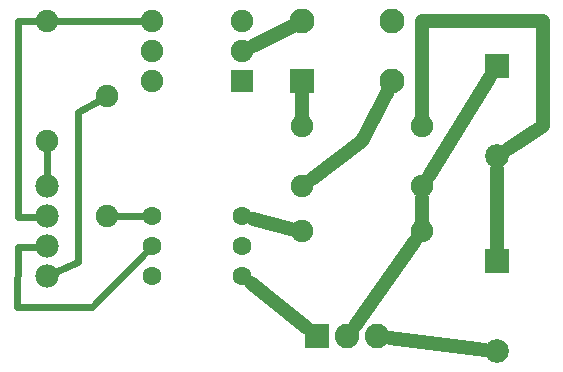
<source format=gbl>
G04 MADE WITH FRITZING*
G04 WWW.FRITZING.ORG*
G04 DOUBLE SIDED*
G04 HOLES PLATED*
G04 CONTOUR ON CENTER OF CONTOUR VECTOR*
%ASAXBY*%
%FSLAX23Y23*%
%MOIN*%
%OFA0B0*%
%SFA1.0B1.0*%
%ADD10C,0.079370*%
%ADD11C,0.078000*%
%ADD12C,0.075000*%
%ADD13C,0.082778*%
%ADD14C,0.082750*%
%ADD15C,0.082000*%
%ADD16C,0.063000*%
%ADD17R,0.079370X0.079370*%
%ADD18R,0.075000X0.075000*%
%ADD19R,0.082778X0.082764*%
%ADD20R,0.082000X0.082000*%
%ADD21C,0.024000*%
%ADD22C,0.048000*%
%ADD23R,0.001000X0.001000*%
%LNCOPPER0*%
G90*
G70*
G54D10*
X1686Y644D03*
X1686Y344D03*
X1686Y1294D03*
X1686Y994D03*
G54D11*
X186Y894D03*
X186Y794D03*
X186Y694D03*
X186Y594D03*
G54D12*
X836Y1244D03*
X536Y1244D03*
X836Y1344D03*
X536Y1344D03*
X836Y1444D03*
X536Y1444D03*
G54D13*
X1036Y1244D03*
G54D14*
X1336Y1244D03*
G54D13*
X1036Y1444D03*
G54D14*
X1336Y1444D03*
G54D12*
X1036Y894D03*
X1436Y894D03*
G54D15*
X1086Y394D03*
X1186Y394D03*
X1286Y394D03*
G54D12*
X386Y1194D03*
X386Y794D03*
X186Y1044D03*
X186Y1444D03*
X1036Y744D03*
X1436Y744D03*
X1036Y1094D03*
X1436Y1094D03*
G54D16*
X536Y794D03*
X536Y694D03*
X536Y594D03*
X836Y594D03*
X836Y694D03*
X836Y794D03*
G54D17*
X1686Y644D03*
X1686Y1294D03*
G54D18*
X836Y1244D03*
G54D19*
X1036Y1244D03*
G54D20*
X1086Y394D03*
G54D21*
X87Y793D02*
X87Y1444D01*
D02*
X87Y1444D02*
X157Y1444D01*
D02*
X155Y793D02*
X87Y793D01*
D02*
X186Y1015D02*
X186Y924D01*
D02*
X335Y492D02*
X516Y674D01*
D02*
X85Y492D02*
X335Y492D01*
D02*
X87Y692D02*
X85Y492D01*
D02*
X155Y693D02*
X87Y692D01*
D02*
X287Y1143D02*
X360Y1181D01*
D02*
X287Y643D02*
X287Y1143D01*
D02*
X213Y607D02*
X287Y643D01*
G54D22*
D02*
X1236Y1044D02*
X1067Y917D01*
D02*
X1320Y1212D02*
X1236Y1044D01*
D02*
X1036Y1208D02*
X1036Y1133D01*
D02*
X1663Y1258D02*
X1457Y927D01*
G54D21*
D02*
X508Y794D02*
X414Y794D01*
G54D22*
D02*
X865Y570D02*
X1052Y421D01*
D02*
X1211Y429D02*
X1413Y711D01*
D02*
X1686Y952D02*
X1686Y686D01*
D02*
X1328Y388D02*
X1644Y349D01*
G54D21*
D02*
X507Y1444D02*
X214Y1444D01*
G54D22*
D02*
X1837Y1094D02*
X1837Y1445D01*
D02*
X1837Y1445D02*
X1435Y1445D01*
D02*
X1720Y1017D02*
X1837Y1094D01*
D02*
X1435Y1445D02*
X1436Y1133D01*
D02*
X1436Y854D02*
X1436Y783D01*
D02*
X871Y1361D02*
X1004Y1428D01*
D02*
X873Y784D02*
X997Y753D01*
G54D23*
D02*
G04 End of Copper0*
M02*
</source>
